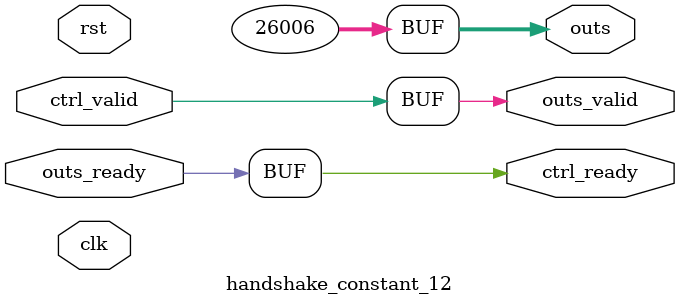
<source format=v>
`timescale 1ns / 1ps
module handshake_constant_12 #(
  parameter DATA_WIDTH = 32  // Default set to 32 bits
) (
  input                       clk,
  input                       rst,
  // Input Channel
  input                       ctrl_valid,
  output                      ctrl_ready,
  // Output Channel
  output [DATA_WIDTH - 1 : 0] outs,
  output                      outs_valid,
  input                       outs_ready
);
  assign outs       = 16'b0110010110010110;
  assign outs_valid = ctrl_valid;
  assign ctrl_ready = outs_ready;

endmodule

</source>
